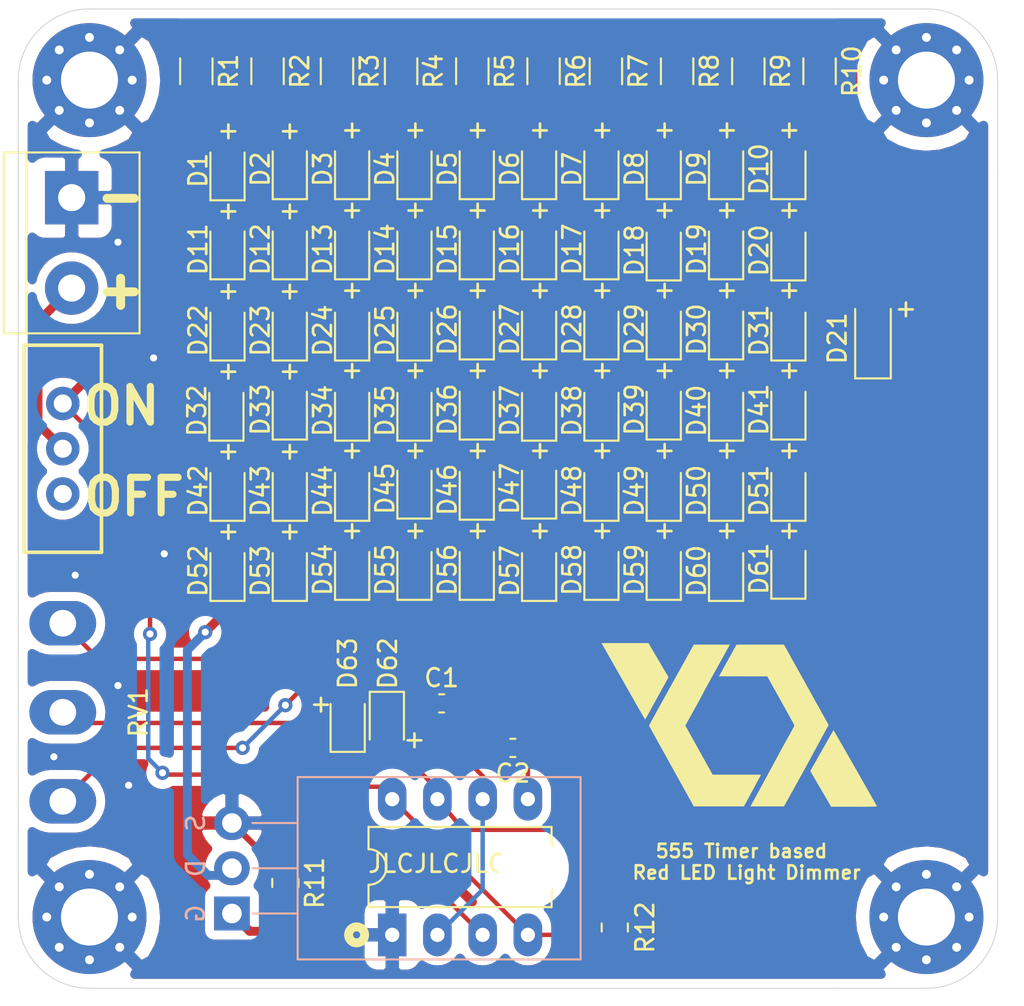
<source format=kicad_pcb>
(kicad_pcb (version 20171130) (host pcbnew "(5.1.7)-1")
  (layers (0 F.Cu signal) (31 B.Cu signal) (34 B.Paste user hide) (35 F.Paste user hide) (36 B.SilkS user) (37 F.SilkS user) (38 B.Mask user hide) (39 F.Mask user hide) (44 Edge.Cuts user))
  (net 0 "")
  (net 1 THR)
  (net 2 GND)
  (net 3 "Net-(C2-Pad1)")
  (net 4 "Net-(D1-Pad1)")
  (net 5 "Net-(D1-Pad2)")
  (net 6 "Net-(D2-Pad2)")
  (net 7 "Net-(D12-Pad2)")
  (net 8 "Net-(D3-Pad2)")
  (net 9 "Net-(D13-Pad2)")
  (net 10 "Net-(D14-Pad2)")
  (net 11 "Net-(D4-Pad2)")
  (net 12 "Net-(D5-Pad2)")
  (net 13 "Net-(D15-Pad2)")
  (net 14 "Net-(D6-Pad2)")
  (net 15 "Net-(D16-Pad2)")
  (net 16 "Net-(D17-Pad2)")
  (net 17 "Net-(D7-Pad2)")
  (net 18 "Net-(D18-Pad2)")
  (net 19 "Net-(D8-Pad2)")
  (net 20 "Net-(D9-Pad2)")
  (net 21 "Net-(D19-Pad2)")
  (net 22 "Net-(D10-Pad1)")
  (net 23 "Net-(D10-Pad2)")
  (net 24 "Net-(D11-Pad1)")
  (net 25 "Net-(D12-Pad1)")
  (net 26 "Net-(D13-Pad1)")
  (net 27 "Net-(D14-Pad1)")
  (net 28 "Net-(D15-Pad1)")
  (net 29 "Net-(D16-Pad1)")
  (net 30 "Net-(D17-Pad1)")
  (net 31 "Net-(D18-Pad1)")
  (net 32 "Net-(D19-Pad1)")
  (net 33 "Net-(D20-Pad1)")
  (net 34 VCC)
  (net 35 "Net-(D22-Pad1)")
  (net 36 "Net-(D23-Pad1)")
  (net 37 "Net-(D24-Pad1)")
  (net 38 "Net-(D25-Pad1)")
  (net 39 "Net-(D26-Pad1)")
  (net 40 "Net-(D27-Pad1)")
  (net 41 "Net-(D28-Pad1)")
  (net 42 "Net-(D29-Pad1)")
  (net 43 "Net-(D30-Pad1)")
  (net 44 "Net-(D31-Pad1)")
  (net 45 "Net-(D32-Pad1)")
  (net 46 "Net-(D33-Pad1)")
  (net 47 "Net-(D34-Pad1)")
  (net 48 "Net-(D35-Pad1)")
  (net 49 "Net-(D36-Pad1)")
  (net 50 "Net-(D37-Pad1)")
  (net 51 "Net-(D38-Pad1)")
  (net 52 "Net-(D39-Pad1)")
  (net 53 "Net-(D40-Pad1)")
  (net 54 "Net-(D41-Pad1)")
  (net 55 "Net-(D42-Pad1)")
  (net 56 "Net-(D43-Pad1)")
  (net 57 "Net-(D44-Pad1)")
  (net 58 "Net-(D45-Pad1)")
  (net 59 "Net-(D46-Pad1)")
  (net 60 "Net-(D47-Pad1)")
  (net 61 "Net-(D48-Pad1)")
  (net 62 "Net-(D49-Pad1)")
  (net 63 "Net-(D50-Pad1)")
  (net 64 "Net-(D51-Pad1)")
  (net 65 DIS)
  (net 66 "Net-(D62-Pad1)")
  (net 67 "Net-(D63-Pad2)")
  (net 68 "Net-(J1-Pad2)")
  (net 69 Q)
  (net 70 "Net-(SW1-Pad3)")
  (net 71 Diodes-)
  (module _Custom:stonehedge24-logo (layer F.Cu) (at 140.5 80.2)
    (fp_text reference G*** hide)
    (fp_text value LOGO hide)
  )
  (module _Custom:IRFZ44N-TO-220_Horizontal_ (layer B.Cu) (at 112 90.8 90)
    (fp_text reference IRFZ1 hide)
    (fp_text value IRFZ44NPBF)
    (fp_text user G (at 0 -2.032 -90) (layer B.SilkS) (effects (justify mirror)))
    (fp_text user D (at 2.54 -2.032 -90) (layer B.SilkS) (effects (justify mirror)))
    (fp_text user S (at 5.08 -2.032 -90) (layer B.SilkS) (effects (justify mirror)))
    (pad "" np_thru_hole oval (at 2.54 16.66 90) (size 3.5 3.5) (drill 3.5) (layers *.Mask F.Cu))
    (pad 1 thru_hole rect (at 0 0 90) (size 1.905 2) (drill 1.1) (layers *.Cu *.Mask) (net 69 Q))
    (pad 2 thru_hole oval (at 2.54 0 90) (size 1.905 2) (drill 1.1) (layers *.Cu *.Mask) (net 71 Diodes-))
    (pad 3 thru_hole oval (at 5.08 0 90) (size 1.905 2) (drill 1.1) (layers *.Cu *.Mask) (net 2 GND))
  )
  (module Capacitor_SMD:C_0603_1608Metric (layer F.Cu) (at 123.775 79)
    (fp_text reference C1 (at 0 -1.43) (layer F.SilkS))
    (fp_text value 100n)
    (pad 2 smd roundrect (at 0.775 0) (size 0.9 0.95) (layers F.Cu F.Paste F.Mask) (net 2 GND))
    (pad 1 smd roundrect (at -0.775 0) (size 0.9 0.95) (layers F.Cu F.Paste F.Mask) (net 1 THR))
  )
  (module Capacitor_SMD:C_0603_1608Metric (layer F.Cu) (at 127.775 81.5 180)
    (fp_text reference C2 (at 0 -1.43) (layer F.SilkS))
    (fp_text value 10n)
    (pad 1 smd roundrect (at -0.775 0 180) (size 0.9 0.95) (layers F.Cu F.Paste F.Mask) (net 3 "Net-(C2-Pad1)"))
    (pad 2 smd roundrect (at 0.775 0 180) (size 0.9 0.95) (layers F.Cu F.Paste F.Mask) (net 2 GND))
  )
  (module LED_SMD:LED_0805_2012Metric (layer F.Cu) (at 111.75 49.0625 90)
    (fp_text reference D1 (at 0 -1.65 90) (layer F.SilkS))
    (fp_text value red)
    (pad 2 smd roundrect (at 0.9375 0 90) (size 0.975 1.4) (layers F.Cu F.Paste F.Mask) (net 5 "Net-(D1-Pad2)"))
    (pad 1 smd roundrect (at -0.9375 0 90) (size 0.975 1.4) (layers F.Cu F.Paste F.Mask) (net 4 "Net-(D1-Pad1)"))
  )
  (module LED_SMD:LED_0805_2012Metric (layer F.Cu) (at 115.25 49 90)
    (fp_text reference D2 (at 0 -1.65 90) (layer F.SilkS))
    (fp_text value red)
    (pad 1 smd roundrect (at -0.9375 0 90) (size 0.975 1.4) (layers F.Cu F.Paste F.Mask) (net 7 "Net-(D12-Pad2)"))
    (pad 2 smd roundrect (at 0.9375 0 90) (size 0.975 1.4) (layers F.Cu F.Paste F.Mask) (net 6 "Net-(D2-Pad2)"))
  )
  (module LED_SMD:LED_0805_2012Metric (layer F.Cu) (at 118.75 49 90)
    (fp_text reference D3 (at 0 -1.65 90) (layer F.SilkS))
    (fp_text value red)
    (pad 2 smd roundrect (at 0.9375 0 90) (size 0.975 1.4) (layers F.Cu F.Paste F.Mask) (net 8 "Net-(D3-Pad2)"))
    (pad 1 smd roundrect (at -0.9375 0 90) (size 0.975 1.4) (layers F.Cu F.Paste F.Mask) (net 9 "Net-(D13-Pad2)"))
  )
  (module LED_SMD:LED_0805_2012Metric (layer F.Cu) (at 122.25 49 90)
    (fp_text reference D4 (at 0 -1.65 90) (layer F.SilkS))
    (fp_text value red)
    (pad 1 smd roundrect (at -0.9375 0 90) (size 0.975 1.4) (layers F.Cu F.Paste F.Mask) (net 10 "Net-(D14-Pad2)"))
    (pad 2 smd roundrect (at 0.9375 0 90) (size 0.975 1.4) (layers F.Cu F.Paste F.Mask) (net 11 "Net-(D4-Pad2)"))
  )
  (module LED_SMD:LED_0805_2012Metric (layer F.Cu) (at 125.75 49 90)
    (fp_text reference D5 (at 0 -1.65 90) (layer F.SilkS))
    (fp_text value red)
    (pad 2 smd roundrect (at 0.9375 0 90) (size 0.975 1.4) (layers F.Cu F.Paste F.Mask) (net 12 "Net-(D5-Pad2)"))
    (pad 1 smd roundrect (at -0.9375 0 90) (size 0.975 1.4) (layers F.Cu F.Paste F.Mask) (net 13 "Net-(D15-Pad2)"))
  )
  (module LED_SMD:LED_0805_2012Metric (layer F.Cu) (at 129.25 49 90)
    (fp_text reference D6 (at 0 -1.65 90) (layer F.SilkS))
    (fp_text value red)
    (pad 1 smd roundrect (at -0.9375 0 90) (size 0.975 1.4) (layers F.Cu F.Paste F.Mask) (net 15 "Net-(D16-Pad2)"))
    (pad 2 smd roundrect (at 0.9375 0 90) (size 0.975 1.4) (layers F.Cu F.Paste F.Mask) (net 14 "Net-(D6-Pad2)"))
  )
  (module LED_SMD:LED_0805_2012Metric (layer F.Cu) (at 132.75 49 90)
    (fp_text reference D7 (at 0 -1.65 90) (layer F.SilkS))
    (fp_text value red)
    (pad 2 smd roundrect (at 0.9375 0 90) (size 0.975 1.4) (layers F.Cu F.Paste F.Mask) (net 17 "Net-(D7-Pad2)"))
    (pad 1 smd roundrect (at -0.9375 0 90) (size 0.975 1.4) (layers F.Cu F.Paste F.Mask) (net 16 "Net-(D17-Pad2)"))
  )
  (module LED_SMD:LED_0805_2012Metric (layer F.Cu) (at 136.25 49 90)
    (fp_text reference D8 (at 0 -1.65 90) (layer F.SilkS))
    (fp_text value red)
    (pad 2 smd roundrect (at 0.9375 0 90) (size 0.975 1.4) (layers F.Cu F.Paste F.Mask) (net 19 "Net-(D8-Pad2)"))
    (pad 1 smd roundrect (at -0.9375 0 90) (size 0.975 1.4) (layers F.Cu F.Paste F.Mask) (net 18 "Net-(D18-Pad2)"))
  )
  (module LED_SMD:LED_0805_2012Metric (layer F.Cu) (at 139.75 49 90)
    (fp_text reference D9 (at 0 -1.65 90) (layer F.SilkS))
    (fp_text value red)
    (pad 1 smd roundrect (at -0.9375 0 90) (size 0.975 1.4) (layers F.Cu F.Paste F.Mask) (net 21 "Net-(D19-Pad2)"))
    (pad 2 smd roundrect (at 0.9375 0 90) (size 0.975 1.4) (layers F.Cu F.Paste F.Mask) (net 20 "Net-(D9-Pad2)"))
  )
  (module LED_SMD:LED_0805_2012Metric (layer F.Cu) (at 143.25 49 90)
    (fp_text reference D10 (at 0 -1.65 90) (layer F.SilkS))
    (fp_text value red)
    (pad 1 smd roundrect (at -0.9375 0 90) (size 0.975 1.4) (layers F.Cu F.Paste F.Mask) (net 22 "Net-(D10-Pad1)"))
    (pad 2 smd roundrect (at 0.9375 0 90) (size 0.975 1.4) (layers F.Cu F.Paste F.Mask) (net 23 "Net-(D10-Pad2)"))
  )
  (module LED_SMD:LED_0805_2012Metric (layer F.Cu) (at 111.75 53.5 90)
    (fp_text reference D11 (at 0 -1.65 90) (layer F.SilkS))
    (fp_text value red)
    (pad 1 smd roundrect (at -0.9375 0 90) (size 0.975 1.4) (layers F.Cu F.Paste F.Mask) (net 24 "Net-(D11-Pad1)"))
    (pad 2 smd roundrect (at 0.9375 0 90) (size 0.975 1.4) (layers F.Cu F.Paste F.Mask) (net 4 "Net-(D1-Pad1)"))
  )
  (module LED_SMD:LED_0805_2012Metric (layer F.Cu) (at 115.25 53.5 90)
    (fp_text reference D12 (at 0 -1.65 90) (layer F.SilkS))
    (fp_text value red)
    (pad 2 smd roundrect (at 0.9375 0 90) (size 0.975 1.4) (layers F.Cu F.Paste F.Mask) (net 7 "Net-(D12-Pad2)"))
    (pad 1 smd roundrect (at -0.9375 0 90) (size 0.975 1.4) (layers F.Cu F.Paste F.Mask) (net 25 "Net-(D12-Pad1)"))
  )
  (module LED_SMD:LED_0805_2012Metric (layer F.Cu) (at 118.75 53.5 90)
    (fp_text reference D13 (at 0 -1.65 90) (layer F.SilkS))
    (fp_text value red)
    (pad 2 smd roundrect (at 0.9375 0 90) (size 0.975 1.4) (layers F.Cu F.Paste F.Mask) (net 9 "Net-(D13-Pad2)"))
    (pad 1 smd roundrect (at -0.9375 0 90) (size 0.975 1.4) (layers F.Cu F.Paste F.Mask) (net 26 "Net-(D13-Pad1)"))
  )
  (module LED_SMD:LED_0805_2012Metric (layer F.Cu) (at 122.25 53.5 90)
    (fp_text reference D14 (at 0 -1.65 90) (layer F.SilkS))
    (fp_text value red)
    (pad 1 smd roundrect (at -0.9375 0 90) (size 0.975 1.4) (layers F.Cu F.Paste F.Mask) (net 27 "Net-(D14-Pad1)"))
    (pad 2 smd roundrect (at 0.9375 0 90) (size 0.975 1.4) (layers F.Cu F.Paste F.Mask) (net 10 "Net-(D14-Pad2)"))
  )
  (module LED_SMD:LED_0805_2012Metric (layer F.Cu) (at 125.75 53.5 90)
    (fp_text reference D15 (at 0 -1.65 90) (layer F.SilkS))
    (fp_text value red)
    (pad 2 smd roundrect (at 0.9375 0 90) (size 0.975 1.4) (layers F.Cu F.Paste F.Mask) (net 13 "Net-(D15-Pad2)"))
    (pad 1 smd roundrect (at -0.9375 0 90) (size 0.975 1.4) (layers F.Cu F.Paste F.Mask) (net 28 "Net-(D15-Pad1)"))
  )
  (module LED_SMD:LED_0805_2012Metric (layer F.Cu) (at 129.25 53.5 90)
    (fp_text reference D16 (at 0 -1.65 90) (layer F.SilkS))
    (fp_text value red)
    (pad 2 smd roundrect (at 0.9375 0 90) (size 0.975 1.4) (layers F.Cu F.Paste F.Mask) (net 15 "Net-(D16-Pad2)"))
    (pad 1 smd roundrect (at -0.9375 0 90) (size 0.975 1.4) (layers F.Cu F.Paste F.Mask) (net 29 "Net-(D16-Pad1)"))
  )
  (module LED_SMD:LED_0805_2012Metric (layer F.Cu) (at 132.75 53.5 90)
    (fp_text reference D17 (at 0 -1.65 90) (layer F.SilkS))
    (fp_text value red)
    (pad 2 smd roundrect (at 0.9375 0 90) (size 0.975 1.4) (layers F.Cu F.Paste F.Mask) (net 16 "Net-(D17-Pad2)"))
    (pad 1 smd roundrect (at -0.9375 0 90) (size 0.975 1.4) (layers F.Cu F.Paste F.Mask) (net 30 "Net-(D17-Pad1)"))
  )
  (module LED_SMD:LED_0805_2012Metric (layer F.Cu) (at 136.25 53.5625 90)
    (fp_text reference D18 (at 0 -1.65 90) (layer F.SilkS))
    (fp_text value red)
    (pad 2 smd roundrect (at 0.9375 0 90) (size 0.975 1.4) (layers F.Cu F.Paste F.Mask) (net 18 "Net-(D18-Pad2)"))
    (pad 1 smd roundrect (at -0.9375 0 90) (size 0.975 1.4) (layers F.Cu F.Paste F.Mask) (net 31 "Net-(D18-Pad1)"))
  )
  (module LED_SMD:LED_0805_2012Metric (layer F.Cu) (at 139.75 53.5 90)
    (fp_text reference D19 (at 0 -1.65 90) (layer F.SilkS))
    (fp_text value red)
    (pad 2 smd roundrect (at 0.9375 0 90) (size 0.975 1.4) (layers F.Cu F.Paste F.Mask) (net 21 "Net-(D19-Pad2)"))
    (pad 1 smd roundrect (at -0.9375 0 90) (size 0.975 1.4) (layers F.Cu F.Paste F.Mask) (net 32 "Net-(D19-Pad1)"))
  )
  (module LED_SMD:LED_0805_2012Metric (layer F.Cu) (at 143.25 53.5625 90)
    (fp_text reference D20 (at 0 -1.65 90) (layer F.SilkS))
    (fp_text value red)
    (pad 1 smd roundrect (at -0.9375 0 90) (size 0.975 1.4) (layers F.Cu F.Paste F.Mask) (net 33 "Net-(D20-Pad1)"))
    (pad 2 smd roundrect (at 0.9375 0 90) (size 0.975 1.4) (layers F.Cu F.Paste F.Mask) (net 22 "Net-(D10-Pad1)"))
  )
  (module Diode_SMD:D_SOD-123 (layer F.Cu) (at 148 58.5 90)
    (fp_text reference D21 (at 0 -2 90) (layer F.SilkS))
    (fp_text value 1N4148F)
    (pad 1 smd rect (at -1.65 0 90) (size 0.9 1.2) (layers F.Cu F.Paste F.Mask) (net 71 Diodes-))
    (pad 2 smd rect (at 1.65 0 90) (size 0.9 1.2) (layers F.Cu F.Paste F.Mask) (net 34 VCC))
  )
  (module LED_SMD:LED_0805_2012Metric (layer F.Cu) (at 111.75 58.0625 90)
    (fp_text reference D22 (at 0 -1.65 90) (layer F.SilkS))
    (fp_text value red)
    (pad 2 smd roundrect (at 0.9375 0 90) (size 0.975 1.4) (layers F.Cu F.Paste F.Mask) (net 24 "Net-(D11-Pad1)"))
    (pad 1 smd roundrect (at -0.9375 0 90) (size 0.975 1.4) (layers F.Cu F.Paste F.Mask) (net 35 "Net-(D22-Pad1)"))
  )
  (module LED_SMD:LED_0805_2012Metric (layer F.Cu) (at 115.25 58.0625 90)
    (fp_text reference D23 (at 0 -1.65 90) (layer F.SilkS))
    (fp_text value red)
    (pad 2 smd roundrect (at 0.9375 0 90) (size 0.975 1.4) (layers F.Cu F.Paste F.Mask) (net 25 "Net-(D12-Pad1)"))
    (pad 1 smd roundrect (at -0.9375 0 90) (size 0.975 1.4) (layers F.Cu F.Paste F.Mask) (net 36 "Net-(D23-Pad1)"))
  )
  (module LED_SMD:LED_0805_2012Metric (layer F.Cu) (at 118.75 58.0625 90)
    (fp_text reference D24 (at 0 -1.65 90) (layer F.SilkS))
    (fp_text value red)
    (pad 1 smd roundrect (at -0.9375 0 90) (size 0.975 1.4) (layers F.Cu F.Paste F.Mask) (net 37 "Net-(D24-Pad1)"))
    (pad 2 smd roundrect (at 0.9375 0 90) (size 0.975 1.4) (layers F.Cu F.Paste F.Mask) (net 26 "Net-(D13-Pad1)"))
  )
  (module LED_SMD:LED_0805_2012Metric (layer F.Cu) (at 122.25 58.0625 90)
    (fp_text reference D25 (at 0 -1.65 90) (layer F.SilkS))
    (fp_text value red)
    (pad 2 smd roundrect (at 0.9375 0 90) (size 0.975 1.4) (layers F.Cu F.Paste F.Mask) (net 27 "Net-(D14-Pad1)"))
    (pad 1 smd roundrect (at -0.9375 0 90) (size 0.975 1.4) (layers F.Cu F.Paste F.Mask) (net 38 "Net-(D25-Pad1)"))
  )
  (module LED_SMD:LED_0805_2012Metric (layer F.Cu) (at 125.75 58 90)
    (fp_text reference D26 (at 0 -1.65 90) (layer F.SilkS))
    (fp_text value red)
    (pad 1 smd roundrect (at -0.9375 0 90) (size 0.975 1.4) (layers F.Cu F.Paste F.Mask) (net 39 "Net-(D26-Pad1)"))
    (pad 2 smd roundrect (at 0.9375 0 90) (size 0.975 1.4) (layers F.Cu F.Paste F.Mask) (net 28 "Net-(D15-Pad1)"))
  )
  (module LED_SMD:LED_0805_2012Metric (layer F.Cu) (at 129.25 58 90)
    (fp_text reference D27 (at 0 -1.65 90) (layer F.SilkS))
    (fp_text value red)
    (pad 1 smd roundrect (at -0.9375 0 90) (size 0.975 1.4) (layers F.Cu F.Paste F.Mask) (net 40 "Net-(D27-Pad1)"))
    (pad 2 smd roundrect (at 0.9375 0 90) (size 0.975 1.4) (layers F.Cu F.Paste F.Mask) (net 29 "Net-(D16-Pad1)"))
  )
  (module LED_SMD:LED_0805_2012Metric (layer F.Cu) (at 132.75 58 90)
    (fp_text reference D28 (at 0 -1.65 90) (layer F.SilkS))
    (fp_text value red)
    (pad 1 smd roundrect (at -0.9375 0 90) (size 0.975 1.4) (layers F.Cu F.Paste F.Mask) (net 41 "Net-(D28-Pad1)"))
    (pad 2 smd roundrect (at 0.9375 0 90) (size 0.975 1.4) (layers F.Cu F.Paste F.Mask) (net 30 "Net-(D17-Pad1)"))
  )
  (module LED_SMD:LED_0805_2012Metric (layer F.Cu) (at 136.25 58 90)
    (fp_text reference D29 (at 0 -1.65 90) (layer F.SilkS))
    (fp_text value red)
    (pad 1 smd roundrect (at -0.9375 0 90) (size 0.975 1.4) (layers F.Cu F.Paste F.Mask) (net 42 "Net-(D29-Pad1)"))
    (pad 2 smd roundrect (at 0.9375 0 90) (size 0.975 1.4) (layers F.Cu F.Paste F.Mask) (net 31 "Net-(D18-Pad1)"))
  )
  (module LED_SMD:LED_0805_2012Metric (layer F.Cu) (at 139.75 58 90)
    (fp_text reference D30 (at 0 -1.65 90) (layer F.SilkS))
    (fp_text value red)
    (pad 1 smd roundrect (at -0.9375 0 90) (size 0.975 1.4) (layers F.Cu F.Paste F.Mask) (net 43 "Net-(D30-Pad1)"))
    (pad 2 smd roundrect (at 0.9375 0 90) (size 0.975 1.4) (layers F.Cu F.Paste F.Mask) (net 32 "Net-(D19-Pad1)"))
  )
  (module LED_SMD:LED_0805_2012Metric (layer F.Cu) (at 143.25 58.0625 90)
    (fp_text reference D31 (at 0 -1.65 90) (layer F.SilkS))
    (fp_text value red)
    (pad 2 smd roundrect (at 0.9375 0 90) (size 0.975 1.4) (layers F.Cu F.Paste F.Mask) (net 33 "Net-(D20-Pad1)"))
    (pad 1 smd roundrect (at -0.9375 0 90) (size 0.975 1.4) (layers F.Cu F.Paste F.Mask) (net 44 "Net-(D31-Pad1)"))
  )
  (module LED_SMD:LED_0805_2012Metric (layer F.Cu) (at 111.6875 62.5625 90)
    (fp_text reference D32 (at 0 -1.65 90) (layer F.SilkS))
    (fp_text value red)
    (pad 2 smd roundrect (at 0.9375 0 90) (size 0.975 1.4) (layers F.Cu F.Paste F.Mask) (net 35 "Net-(D22-Pad1)"))
    (pad 1 smd roundrect (at -0.9375 0 90) (size 0.975 1.4) (layers F.Cu F.Paste F.Mask) (net 45 "Net-(D32-Pad1)"))
  )
  (module LED_SMD:LED_0805_2012Metric (layer F.Cu) (at 115.25 62.5 90)
    (fp_text reference D33 (at 0 -1.65 90) (layer F.SilkS))
    (fp_text value red)
    (pad 1 smd roundrect (at -0.9375 0 90) (size 0.975 1.4) (layers F.Cu F.Paste F.Mask) (net 46 "Net-(D33-Pad1)"))
    (pad 2 smd roundrect (at 0.9375 0 90) (size 0.975 1.4) (layers F.Cu F.Paste F.Mask) (net 36 "Net-(D23-Pad1)"))
  )
  (module LED_SMD:LED_0805_2012Metric (layer F.Cu) (at 118.75 62.5625 90)
    (fp_text reference D34 (at 0 -1.65 90) (layer F.SilkS))
    (fp_text value red)
    (pad 2 smd roundrect (at 0.9375 0 90) (size 0.975 1.4) (layers F.Cu F.Paste F.Mask) (net 37 "Net-(D24-Pad1)"))
    (pad 1 smd roundrect (at -0.9375 0 90) (size 0.975 1.4) (layers F.Cu F.Paste F.Mask) (net 47 "Net-(D34-Pad1)"))
  )
  (module LED_SMD:LED_0805_2012Metric (layer F.Cu) (at 122.25 62.5625 90)
    (fp_text reference D35 (at 0 -1.65 90) (layer F.SilkS))
    (fp_text value red)
    (pad 1 smd roundrect (at -0.9375 0 90) (size 0.975 1.4) (layers F.Cu F.Paste F.Mask) (net 48 "Net-(D35-Pad1)"))
    (pad 2 smd roundrect (at 0.9375 0 90) (size 0.975 1.4) (layers F.Cu F.Paste F.Mask) (net 38 "Net-(D25-Pad1)"))
  )
  (module LED_SMD:LED_0805_2012Metric (layer F.Cu) (at 125.75 62.5 90)
    (fp_text reference D36 (at 0 -1.65 90) (layer F.SilkS))
    (fp_text value red)
    (pad 2 smd roundrect (at 0.9375 0 90) (size 0.975 1.4) (layers F.Cu F.Paste F.Mask) (net 39 "Net-(D26-Pad1)"))
    (pad 1 smd roundrect (at -0.9375 0 90) (size 0.975 1.4) (layers F.Cu F.Paste F.Mask) (net 49 "Net-(D36-Pad1)"))
  )
  (module LED_SMD:LED_0805_2012Metric (layer F.Cu) (at 129.25 62.5625 90)
    (fp_text reference D37 (at 0 -1.65 90) (layer F.SilkS))
    (fp_text value red)
    (pad 2 smd roundrect (at 0.9375 0 90) (size 0.975 1.4) (layers F.Cu F.Paste F.Mask) (net 40 "Net-(D27-Pad1)"))
    (pad 1 smd roundrect (at -0.9375 0 90) (size 0.975 1.4) (layers F.Cu F.Paste F.Mask) (net 50 "Net-(D37-Pad1)"))
  )
  (module LED_SMD:LED_0805_2012Metric (layer F.Cu) (at 132.75 62.5625 90)
    (fp_text reference D38 (at 0 -1.65 90) (layer F.SilkS))
    (fp_text value red)
    (pad 2 smd roundrect (at 0.9375 0 90) (size 0.975 1.4) (layers F.Cu F.Paste F.Mask) (net 41 "Net-(D28-Pad1)"))
    (pad 1 smd roundrect (at -0.9375 0 90) (size 0.975 1.4) (layers F.Cu F.Paste F.Mask) (net 51 "Net-(D38-Pad1)"))
  )
  (module LED_SMD:LED_0805_2012Metric (layer F.Cu) (at 136.25 62.5 90)
    (fp_text reference D39 (at 0 -1.65 90) (layer F.SilkS))
    (fp_text value red)
    (pad 2 smd roundrect (at 0.9375 0 90) (size 0.975 1.4) (layers F.Cu F.Paste F.Mask) (net 42 "Net-(D29-Pad1)"))
    (pad 1 smd roundrect (at -0.9375 0 90) (size 0.975 1.4) (layers F.Cu F.Paste F.Mask) (net 52 "Net-(D39-Pad1)"))
  )
  (module LED_SMD:LED_0805_2012Metric (layer F.Cu) (at 139.75 62.5625 90)
    (fp_text reference D40 (at 0 -1.65 90) (layer F.SilkS))
    (fp_text value red)
    (pad 2 smd roundrect (at 0.9375 0 90) (size 0.975 1.4) (layers F.Cu F.Paste F.Mask) (net 43 "Net-(D30-Pad1)"))
    (pad 1 smd roundrect (at -0.9375 0 90) (size 0.975 1.4) (layers F.Cu F.Paste F.Mask) (net 53 "Net-(D40-Pad1)"))
  )
  (module LED_SMD:LED_0805_2012Metric (layer F.Cu) (at 143.25 62.5 90)
    (fp_text reference D41 (at 0 -1.65 90) (layer F.SilkS))
    (fp_text value red)
    (pad 1 smd roundrect (at -0.9375 0 90) (size 0.975 1.4) (layers F.Cu F.Paste F.Mask) (net 54 "Net-(D41-Pad1)"))
    (pad 2 smd roundrect (at 0.9375 0 90) (size 0.975 1.4) (layers F.Cu F.Paste F.Mask) (net 44 "Net-(D31-Pad1)"))
  )
  (module LED_SMD:LED_0805_2012Metric (layer F.Cu) (at 111.75 67.0625 90)
    (fp_text reference D42 (at 0 -1.65 90) (layer F.SilkS))
    (fp_text value red)
    (pad 2 smd roundrect (at 0.9375 0 90) (size 0.975 1.4) (layers F.Cu F.Paste F.Mask) (net 45 "Net-(D32-Pad1)"))
    (pad 1 smd roundrect (at -0.9375 0 90) (size 0.975 1.4) (layers F.Cu F.Paste F.Mask) (net 55 "Net-(D42-Pad1)"))
  )
  (module LED_SMD:LED_0805_2012Metric (layer F.Cu) (at 115.25 67.0625 90)
    (fp_text reference D43 (at 0 -1.65 90) (layer F.SilkS))
    (fp_text value red)
    (pad 1 smd roundrect (at -0.9375 0 90) (size 0.975 1.4) (layers F.Cu F.Paste F.Mask) (net 56 "Net-(D43-Pad1)"))
    (pad 2 smd roundrect (at 0.9375 0 90) (size 0.975 1.4) (layers F.Cu F.Paste F.Mask) (net 46 "Net-(D33-Pad1)"))
  )
  (module LED_SMD:LED_0805_2012Metric (layer F.Cu) (at 118.75 67.0625 90)
    (fp_text reference D44 (at 0 -1.65 90) (layer F.SilkS))
    (fp_text value red)
    (pad 1 smd roundrect (at -0.9375 0 90) (size 0.975 1.4) (layers F.Cu F.Paste F.Mask) (net 57 "Net-(D44-Pad1)"))
    (pad 2 smd roundrect (at 0.9375 0 90) (size 0.975 1.4) (layers F.Cu F.Paste F.Mask) (net 47 "Net-(D34-Pad1)"))
  )
  (module LED_SMD:LED_0805_2012Metric (layer F.Cu) (at 122.25 66.9375 90)
    (fp_text reference D45 (at 0 -1.65 90) (layer F.SilkS))
    (fp_text value red)
    (pad 2 smd roundrect (at 0.9375 0 90) (size 0.975 1.4) (layers F.Cu F.Paste F.Mask) (net 48 "Net-(D35-Pad1)"))
    (pad 1 smd roundrect (at -0.9375 0 90) (size 0.975 1.4) (layers F.Cu F.Paste F.Mask) (net 58 "Net-(D45-Pad1)"))
  )
  (module LED_SMD:LED_0805_2012Metric (layer F.Cu) (at 125.75 67 90)
    (fp_text reference D46 (at 0 -1.65 90) (layer F.SilkS))
    (fp_text value red)
    (pad 1 smd roundrect (at -0.9375 0 90) (size 0.975 1.4) (layers F.Cu F.Paste F.Mask) (net 59 "Net-(D46-Pad1)"))
    (pad 2 smd roundrect (at 0.9375 0 90) (size 0.975 1.4) (layers F.Cu F.Paste F.Mask) (net 49 "Net-(D36-Pad1)"))
  )
  (module LED_SMD:LED_0805_2012Metric (layer F.Cu) (at 129.25 66.9375 90)
    (fp_text reference D47 (at 0 -1.65 90) (layer F.SilkS))
    (fp_text value red)
    (pad 2 smd roundrect (at 0.9375 0 90) (size 0.975 1.4) (layers F.Cu F.Paste F.Mask) (net 50 "Net-(D37-Pad1)"))
    (pad 1 smd roundrect (at -0.9375 0 90) (size 0.975 1.4) (layers F.Cu F.Paste F.Mask) (net 60 "Net-(D47-Pad1)"))
  )
  (module LED_SMD:LED_0805_2012Metric (layer F.Cu) (at 132.75 67.0625 90)
    (fp_text reference D48 (at 0 -1.65 90) (layer F.SilkS))
    (fp_text value red)
    (pad 1 smd roundrect (at -0.9375 0 90) (size 0.975 1.4) (layers F.Cu F.Paste F.Mask) (net 61 "Net-(D48-Pad1)"))
    (pad 2 smd roundrect (at 0.9375 0 90) (size 0.975 1.4) (layers F.Cu F.Paste F.Mask) (net 51 "Net-(D38-Pad1)"))
  )
  (module LED_SMD:LED_0805_2012Metric (layer F.Cu) (at 136.25 67.0625 90)
    (fp_text reference D49 (at 0 -1.65 90) (layer F.SilkS))
    (fp_text value red)
    (pad 1 smd roundrect (at -0.9375 0 90) (size 0.975 1.4) (layers F.Cu F.Paste F.Mask) (net 62 "Net-(D49-Pad1)"))
    (pad 2 smd roundrect (at 0.9375 0 90) (size 0.975 1.4) (layers F.Cu F.Paste F.Mask) (net 52 "Net-(D39-Pad1)"))
  )
  (module LED_SMD:LED_0805_2012Metric (layer F.Cu) (at 139.75 67.0625 90)
    (fp_text reference D50 (at 0 -1.65 90) (layer F.SilkS))
    (fp_text value red)
    (pad 1 smd roundrect (at -0.9375 0 90) (size 0.975 1.4) (layers F.Cu F.Paste F.Mask) (net 63 "Net-(D50-Pad1)"))
    (pad 2 smd roundrect (at 0.9375 0 90) (size 0.975 1.4) (layers F.Cu F.Paste F.Mask) (net 53 "Net-(D40-Pad1)"))
  )
  (module LED_SMD:LED_0805_2012Metric (layer F.Cu) (at 143.25 67.0625 90)
    (fp_text reference D51 (at 0 -1.65 90) (layer F.SilkS))
    (fp_text value red)
    (pad 2 smd roundrect (at 0.9375 0 90) (size 0.975 1.4) (layers F.Cu F.Paste F.Mask) (net 54 "Net-(D41-Pad1)"))
    (pad 1 smd roundrect (at -0.9375 0 90) (size 0.975 1.4) (layers F.Cu F.Paste F.Mask) (net 64 "Net-(D51-Pad1)"))
  )
  (module LED_SMD:LED_0805_2012Metric (layer F.Cu) (at 111.75 71.5625 90)
    (fp_text reference D52 (at 0 -1.65 90) (layer F.SilkS))
    (fp_text value red)
    (pad 1 smd roundrect (at -0.9375 0 90) (size 0.975 1.4) (layers F.Cu F.Paste F.Mask) (net 71 Diodes-))
    (pad 2 smd roundrect (at 0.9375 0 90) (size 0.975 1.4) (layers F.Cu F.Paste F.Mask) (net 55 "Net-(D42-Pad1)"))
  )
  (module LED_SMD:LED_0805_2012Metric (layer F.Cu) (at 115.25 71.5625 90)
    (fp_text reference D53 (at 0 -1.65 90) (layer F.SilkS))
    (fp_text value red)
    (pad 1 smd roundrect (at -0.9375 0 90) (size 0.975 1.4) (layers F.Cu F.Paste F.Mask) (net 71 Diodes-))
    (pad 2 smd roundrect (at 0.9375 0 90) (size 0.975 1.4) (layers F.Cu F.Paste F.Mask) (net 56 "Net-(D43-Pad1)"))
  )
  (module LED_SMD:LED_0805_2012Metric (layer F.Cu) (at 118.75 71.5 90)
    (fp_text reference D54 (at 0 -1.65 90) (layer F.SilkS))
    (fp_text value red)
    (pad 1 smd roundrect (at -0.9375 0 90) (size 0.975 1.4) (layers F.Cu F.Paste F.Mask) (net 71 Diodes-))
    (pad 2 smd roundrect (at 0.9375 0 90) (size 0.975 1.4) (layers F.Cu F.Paste F.Mask) (net 57 "Net-(D44-Pad1)"))
  )
  (module LED_SMD:LED_0805_2012Metric (layer F.Cu) (at 122.25 71.5 90)
    (fp_text reference D55 (at 0 -1.65 90) (layer F.SilkS))
    (fp_text value red)
    (pad 1 smd roundrect (at -0.9375 0 90) (size 0.975 1.4) (layers F.Cu F.Paste F.Mask) (net 71 Diodes-))
    (pad 2 smd roundrect (at 0.9375 0 90) (size 0.975 1.4) (layers F.Cu F.Paste F.Mask) (net 58 "Net-(D45-Pad1)"))
  )
  (module LED_SMD:LED_0805_2012Metric (layer F.Cu) (at 125.75 71.5 90)
    (fp_text reference D56 (at 0 -1.65 90) (layer F.SilkS))
    (fp_text value red)
    (pad 2 smd roundrect (at 0.9375 0 90) (size 0.975 1.4) (layers F.Cu F.Paste F.Mask) (net 59 "Net-(D46-Pad1)"))
    (pad 1 smd roundrect (at -0.9375 0 90) (size 0.975 1.4) (layers F.Cu F.Paste F.Mask) (net 71 Diodes-))
  )
  (module LED_SMD:LED_0805_2012Metric (layer F.Cu) (at 129.25 71.5625 90)
    (fp_text reference D57 (at 0 -1.65 90) (layer F.SilkS))
    (fp_text value red)
    (pad 1 smd roundrect (at -0.9375 0 90) (size 0.975 1.4) (layers F.Cu F.Paste F.Mask) (net 71 Diodes-))
    (pad 2 smd roundrect (at 0.9375 0 90) (size 0.975 1.4) (layers F.Cu F.Paste F.Mask) (net 60 "Net-(D47-Pad1)"))
  )
  (module LED_SMD:LED_0805_2012Metric (layer F.Cu) (at 132.75 71.5 90)
    (fp_text reference D58 (at 0 -1.65 90) (layer F.SilkS))
    (fp_text value red)
    (pad 1 smd roundrect (at -0.9375 0 90) (size 0.975 1.4) (layers F.Cu F.Paste F.Mask) (net 71 Diodes-))
    (pad 2 smd roundrect (at 0.9375 0 90) (size 0.975 1.4) (layers F.Cu F.Paste F.Mask) (net 61 "Net-(D48-Pad1)"))
  )
  (module LED_SMD:LED_0805_2012Metric (layer F.Cu) (at 136.25 71.5 90)
    (fp_text reference D59 (at 0 -1.65 90) (layer F.SilkS))
    (fp_text value red)
    (pad 2 smd roundrect (at 0.9375 0 90) (size 0.975 1.4) (layers F.Cu F.Paste F.Mask) (net 62 "Net-(D49-Pad1)"))
    (pad 1 smd roundrect (at -0.9375 0 90) (size 0.975 1.4) (layers F.Cu F.Paste F.Mask) (net 71 Diodes-))
  )
  (module LED_SMD:LED_0805_2012Metric (layer F.Cu) (at 139.75 71.5625 90)
    (fp_text reference D60 (at 0 -1.65 90) (layer F.SilkS))
    (fp_text value red)
    (pad 2 smd roundrect (at 0.9375 0 90) (size 0.975 1.4) (layers F.Cu F.Paste F.Mask) (net 63 "Net-(D50-Pad1)"))
    (pad 1 smd roundrect (at -0.9375 0 90) (size 0.975 1.4) (layers F.Cu F.Paste F.Mask) (net 71 Diodes-))
  )
  (module LED_SMD:LED_0805_2012Metric (layer F.Cu) (at 143.25 71.4375 90)
    (fp_text reference D61 (at 0 -1.65 90) (layer F.SilkS))
    (fp_text value red)
    (pad 1 smd roundrect (at -0.9375 0 90) (size 0.975 1.4) (layers F.Cu F.Paste F.Mask) (net 71 Diodes-))
    (pad 2 smd roundrect (at 0.9375 0 90) (size 0.975 1.4) (layers F.Cu F.Paste F.Mask) (net 64 "Net-(D51-Pad1)"))
  )
  (module Diode_SMD:D_0805_2012Metric (layer F.Cu) (at 120.7 80.0375 270)
    (fp_text reference D62 (at -3.2875 -0.05 90) (layer F.SilkS))
    (fp_text value D_Schottky)
    (pad 2 smd roundrect (at 0.9375 0 270) (size 0.975 1.4) (layers F.Cu F.Paste F.Mask) (net 65 DIS))
    (pad 1 smd roundrect (at -0.9375 0 270) (size 0.975 1.4) (layers F.Cu F.Paste F.Mask) (net 66 "Net-(D62-Pad1)"))
  )
  (module Diode_SMD:D_0805_2012Metric (layer F.Cu) (at 118.5 80.0375 90)
    (fp_text reference D63 (at 3.2875 0 90) (layer F.SilkS))
    (fp_text value D_Schottky)
    (pad 1 smd roundrect (at -0.9375 0 90) (size 0.975 1.4) (layers F.Cu F.Paste F.Mask) (net 65 DIS))
    (pad 2 smd roundrect (at 0.9375 0 90) (size 0.975 1.4) (layers F.Cu F.Paste F.Mask) (net 67 "Net-(D63-Pad2)"))
  )
  (module MountingHole:MountingHole_3.2mm_M3_Pad_Via (layer F.Cu) (at 151 91)
    (fp_text reference H1)
    (fp_text value MountingHole_Pad)
    (pad 1 thru_hole circle (at 1.697056 -1.697056) (size 0.8 0.8) (drill 0.5) (layers *.Cu *.Mask) (net 2 GND))
    (pad 1 thru_hole circle (at 0 -2.4) (size 0.8 0.8) (drill 0.5) (layers *.Cu *.Mask) (net 2 GND))
    (pad 1 thru_hole circle (at -1.697056 -1.697056) (size 0.8 0.8) (drill 0.5) (layers *.Cu *.Mask) (net 2 GND))
    (pad 1 thru_hole circle (at -2.4 0) (size 0.8 0.8) (drill 0.5) (layers *.Cu *.Mask) (net 2 GND))
    (pad 1 thru_hole circle (at -1.697056 1.697056) (size 0.8 0.8) (drill 0.5) (layers *.Cu *.Mask) (net 2 GND))
    (pad 1 thru_hole circle (at 0 2.4) (size 0.8 0.8) (drill 0.5) (layers *.Cu *.Mask) (net 2 GND))
    (pad 1 thru_hole circle (at 1.697056 1.697056) (size 0.8 0.8) (drill 0.5) (layers *.Cu *.Mask) (net 2 GND))
    (pad 1 thru_hole circle (at 2.4 0) (size 0.8 0.8) (drill 0.5) (layers *.Cu *.Mask) (net 2 GND))
    (pad 1 thru_hole circle (at 0 0) (size 6.4 6.4) (drill 3.2) (layers *.Cu *.Mask) (net 2 GND))
  )
  (module MountingHole:MountingHole_3.2mm_M3_Pad_Via (layer F.Cu) (at 104 91)
    (fp_text reference H2)
    (fp_text value MountingHole_Pad)
    (pad 1 thru_hole circle (at 0 0) (size 6.4 6.4) (drill 3.2) (layers *.Cu *.Mask) (net 2 GND))
    (pad 1 thru_hole circle (at 2.4 0) (size 0.8 0.8) (drill 0.5) (layers *.Cu *.Mask) (net 2 GND))
    (pad 1 thru_hole circle (at 1.697056 1.697056) (size 0.8 0.8) (drill 0.5) (layers *.Cu *.Mask) (net 2 GND))
    (pad 1 thru_hole circle (at 0 2.4) (size 0.8 0.8) (drill 0.5) (layers *.Cu *.Mask) (net 2 GND))
    (pad 1 thru_hole circle (at -1.697056 1.697056) (size 0.8 0.8) (drill 0.5) (layers *.Cu *.Mask) (net 2 GND))
    (pad 1 thru_hole circle (at -2.4 0) (size 0.8 0.8) (drill 0.5) (layers *.Cu *.Mask) (net 2 GND))
    (pad 1 thru_hole circle (at -1.697056 -1.697056) (size 0.8 0.8) (drill 0.5) (layers *.Cu *.Mask) (net 2 GND))
    (pad 1 thru_hole circle (at 0 -2.4) (size 0.8 0.8) (drill 0.5) (layers *.Cu *.Mask) (net 2 GND))
    (pad 1 thru_hole circle (at 1.697056 -1.697056) (size 0.8 0.8) (drill 0.5) (layers *.Cu *.Mask) (net 2 GND))
  )
  (module MountingHole:MountingHole_3.2mm_M3_Pad_Via (layer F.Cu) (at 151 44)
    (fp_text reference H3)
    (fp_text value MountingHole_Pad)
    (pad 1 thru_hole circle (at 1.697056 -1.697056) (size 0.8 0.8) (drill 0.5) (layers *.Cu *.Mask) (net 2 GND))
    (pad 1 thru_hole circle (at 0 -2.4) (size 0.8 0.8) (drill 0.5) (layers *.Cu *.Mask) (net 2 GND))
    (pad 1 thru_hole circle (at -1.697056 -1.697056) (size 0.8 0.8) (drill 0.5) (layers *.Cu *.Mask) (net 2 GND))
    (pad 1 thru_hole circle (at -2.4 0) (size 0.8 0.8) (drill 0.5) (layers *.Cu *.Mask) (net 2 GND))
    (pad 1 thru_hole circle (at -1.697056 1.697056) (size 0.8 0.8) (drill 0.5) (layers *.Cu *.Mask) (net 2 GND))
    (pad 1 thru_hole circle (at 0 2.4) (size 0.8 0.8) (drill 0.5) (layers *.Cu *.Mask) (net 2 GND))
    (pad 1 thru_hole circle (at 1.697056 1.697056) (size 0.8 0.8) (drill 0.5) (layers *.Cu *.Mask) (net 2 GND))
    (pad 1 thru_hole circle (at 2.4 0) (size 0.8 0.8) (drill 0.5) (layers *.Cu *.Mask) (net 2 GND))
    (pad 1 thru_hole circle (at 0 0) (size 6.4 6.4) (drill 3.2) (layers *.Cu *.Mask) (net 2 GND))
  )
  (module MountingHole:MountingHole_3.2mm_M3_Pad_Via (layer F.Cu) (at 104 44)
    (fp_text reference H4)
    (fp_text value MountingHole_Pad)
    (pad 1 thru_hole circle (at 0 0) (size 6.4 6.4) (drill 3.2) (layers *.Cu *.Mask) (net 2 GND))
    (pad 1 thru_hole circle (at 2.4 0) (size 0.8 0.8) (drill 0.5) (layers *.Cu *.Mask) (net 2 GND))
    (pad 1 thru_hole circle (at 1.697056 1.697056) (size 0.8 0.8) (drill 0.5) (layers *.Cu *.Mask) (net 2 GND))
    (pad 1 thru_hole circle (at 0 2.4) (size 0.8 0.8) (drill 0.5) (layers *.Cu *.Mask) (net 2 GND))
    (pad 1 thru_hole circle (at -1.697056 1.697056) (size 0.8 0.8) (drill 0.5) (layers *.Cu *.Mask) (net 2 GND))
    (pad 1 thru_hole circle (at -2.4 0) (size 0.8 0.8) (drill 0.5) (layers *.Cu *.Mask) (net 2 GND))
    (pad 1 thru_hole circle (at -1.697056 -1.697056) (size 0.8 0.8) (drill 0.5) (layers *.Cu *.Mask) (net 2 GND))
    (pad 1 thru_hole circle (at 0 -2.4) (size 0.8 0.8) (drill 0.5) (layers *.Cu *.Mask) (net 2 GND))
    (pad 1 thru_hole circle (at 1.697056 -1.697056) (size 0.8 0.8) (drill 0.5) (layers *.Cu *.Mask) (net 2 GND))
  )
  (module TerminalBlock:TerminalBlock_bornier-2_P5.08mm (layer F.Cu) (at 103 50.6 270)
    (fp_text reference J1)
    (fp_text value Screw_Terminal_01x02)
    (pad 1 thru_hole rect (at 0 0 270) (size 3 3) (drill 1.52) (layers *.Cu *.Mask) (net 2 GND))
    (pad 2 thru_hole circle (at 5.08 0 270) (size 3 3) (drill 1.52) (layers *.Cu *.Mask) (net 68 "Net-(J1-Pad2)"))
  )
  (module Resistor_SMD:R_1206_3216Metric (layer F.Cu) (at 110 43.5 270)
    (fp_text reference R1 (at 0 -1.82 90) (layer F.SilkS))
    (fp_text value 100R)
    (pad 1 smd roundrect (at -1.4625 0 270) (size 1.125 1.75) (layers F.Cu F.Paste F.Mask) (roundrect_rratio 0.2222213333333333) (net 34 VCC))
    (pad 2 smd roundrect (at 1.4625 0 270) (size 1.125 1.75) (layers F.Cu F.Paste F.Mask) (roundrect_rratio 0.2222213333333333) (net 5 "Net-(D1-Pad2)"))
  )
  (module Resistor_SMD:R_1206_3216Metric (layer F.Cu) (at 114 43.5 270)
    (fp_text reference R2 (at 0 -1.82 90) (layer F.SilkS))
    (fp_text value 100R)
    (pad 2 smd roundrect (at 1.4625 0 270) (size 1.125 1.75) (layers F.Cu F.Paste F.Mask) (roundrect_rratio 0.2222213333333333) (net 6 "Net-(D2-Pad2)"))
    (pad 1 smd roundrect (at -1.4625 0 270) (size 1.125 1.75) (layers F.Cu F.Paste F.Mask) (roundrect_rratio 0.2222213333333333) (net 34 VCC))
  )
  (module Resistor_SMD:R_1206_3216Metric (layer F.Cu) (at 117.9 43.5 270)
    (fp_text reference R3 (at 0 -1.82 90) (layer F.SilkS))
    (fp_text value 100R)
    (pad 1 smd roundrect (at -1.4625 0 270) (size 1.125 1.75) (layers F.Cu F.Paste F.Mask) (roundrect_rratio 0.2222213333333333) (net 34 VCC))
    (pad 2 smd roundrect (at 1.4625 0 270) (size 1.125 1.75) (layers F.Cu F.Paste F.Mask) (roundrect_rratio 0.2222213333333333) (net 8 "Net-(D3-Pad2)"))
  )
  (module Resistor_SMD:R_1206_3216Metric (layer F.Cu) (at 121.5 43.5 270)
    (fp_text reference R4 (at 0 -1.82 90) (layer F.SilkS))
    (fp_text value 100R)
    (pad 2 smd roundrect (at 1.4625 0 270) (size 1.125 1.75) (layers F.Cu F.Paste F.Mask) (roundrect_rratio 0.2222213333333333) (net 11 "Net-(D4-Pad2)"))
    (pad 1 smd roundrect (at -1.4625 0 270) (size 1.125 1.75) (layers F.Cu F.Paste F.Mask) (roundrect_rratio 0.2222213333333333) (net 34 VCC))
  )
  (module Resistor_SMD:R_1206_3216Metric (layer F.Cu) (at 125.5 43.5 270)
    (fp_text reference R5 (at 0 -1.82 90) (layer F.SilkS))
    (fp_text value 100R)
    (pad 1 smd roundrect (at -1.4625 0 270) (size 1.125 1.75) (layers F.Cu F.Paste F.Mask) (roundrect_rratio 0.2222213333333333) (net 34 VCC))
    (pad 2 smd roundrect (at 1.4625 0 270) (size 1.125 1.75) (layers F.Cu F.Paste F.Mask) (roundrect_rratio 0.2222213333333333) (net 12 "Net-(D5-Pad2)"))
  )
  (module Resistor_SMD:R_1206_3216Metric (layer F.Cu) (at 129.5 43.5 270)
    (fp_text reference R6 (at 0 -1.82 90) (layer F.SilkS))
    (fp_text value 100R)
    (pad 2 smd roundrect (at 1.4625 0 270) (size 1.125 1.75) (layers F.Cu F.Paste F.Mask) (roundrect_rratio 0.2222213333333333) (net 14 "Net-(D6-Pad2)"))
    (pad 1 smd roundrect (at -1.4625 0 270) (size 1.125 1.75) (layers F.Cu F.Paste F.Mask) (roundrect_rratio 0.2222213333333333) (net 34 VCC))
  )
  (module Resistor_SMD:R_1206_3216Metric (layer F.Cu) (at 133 43.5 270)
    (fp_text reference R7 (at 0 -1.82 90) (layer F.SilkS))
    (fp_text value 100R)
    (pad 1 smd roundrect (at -1.4625 0 270) (size 1.125 1.75) (layers F.Cu F.Paste F.Mask) (roundrect_rratio 0.2222213333333333) (net 34 VCC))
    (pad 2 smd roundrect (at 1.4625 0 270) (size 1.125 1.75) (layers F.Cu F.Paste F.Mask) (roundrect_rratio 0.2222213333333333) (net 17 "Net-(D7-Pad2)"))
  )
  (module Resistor_SMD:R_1206_3216Metric (layer F.Cu) (at 137 43.5 270)
    (fp_text reference R8 (at 0 -1.82 90) (layer F.SilkS))
    (fp_text value 100R)
    (pad 2 smd roundrect (at 1.4625 0 270) (size 1.125 1.75) (layers F.Cu F.Paste F.Mask) (roundrect_rratio 0.2222213333333333) (net 19 "Net-(D8-Pad2)"))
    (pad 1 smd roundrect (at -1.4625 0 270) (size 1.125 1.75) (layers F.Cu F.Paste F.Mask) (roundrect_rratio 0.2222213333333333) (net 34 VCC))
  )
  (module Resistor_SMD:R_1206_3216Metric (layer F.Cu) (at 141 43.5 270)
    (fp_text reference R9 (at 0 -1.82 90) (layer F.SilkS))
    (fp_text value 100R)
    (pad 1 smd roundrect (at -1.4625 0 270) (size 1.125 1.75) (layers F.Cu F.Paste F.Mask) (roundrect_rratio 0.2222213333333333) (net 34 VCC))
    (pad 2 smd roundrect (at 1.4625 0 270) (size 1.125 1.75) (layers F.Cu F.Paste F.Mask) (roundrect_rratio 0.2222213333333333) (net 20 "Net-(D9-Pad2)"))
  )
  (module Resistor_SMD:R_1206_3216Metric (layer F.Cu) (at 145 43.5 270)
    (fp_text reference R10 (at 0 -1.82 90) (layer F.SilkS))
    (fp_text value 100R)
    (pad 2 smd roundrect (at 1.4625 0 270) (size 1.125 1.75) (layers F.Cu F.Paste F.Mask) (roundrect_rratio 0.2222213333333333) (net 23 "Net-(D10-Pad2)"))
    (pad 1 smd roundrect (at -1.4625 0 270) (size 1.125 1.75) (layers F.Cu F.Paste F.Mask) (roundrect_rratio 0.2222213333333333) (net 34 VCC))
  )
  (module Resistor_SMD:R_0805_2012Metric (layer F.Cu) (at 115 89.0875 270)
    (fp_text reference R11 (at 0 -1.65 90) (layer F.SilkS))
    (fp_text value 10k)
    (pad 2 smd roundrect (at 0.9125 0 270) (size 1.025 1.4) (layers F.Cu F.Paste F.Mask) (roundrect_rratio 0.2439014634146341) (net 2 GND))
    (pad 1 smd roundrect (at -0.9125 0 270) (size 1.025 1.4) (layers F.Cu F.Paste F.Mask) (roundrect_rratio 0.2439014634146341) (net 69 Q))
  )
  (module Resistor_SMD:R_0805_2012Metric (layer F.Cu) (at 133.5 91.5875 90)
    (fp_text reference R12 (at 0 1.7 90) (layer F.SilkS))
    (fp_text value 1k)
    (pad 1 smd roundrect (at -0.9125 0 90) (size 1.025 1.4) (layers F.Cu F.Paste F.Mask) (roundrect_rratio 0.2439014634146341) (net 34 VCC))
    (pad 2 smd roundrect (at 0.9125 0 90) (size 1.025 1.4) (layers F.Cu F.Paste F.Mask) (roundrect_rratio 0.2439014634146341) (net 65 DIS))
  )
  (module _Custom:THT_Poti (layer F.Cu) (at 105.5 79.5 90)
    (fp_text reference RV1 (at 0 1.25 90) (layer F.SilkS))
    (fp_text value 10k)
    (pad 1 thru_hole oval (at -5 -3 180) (size 3.75 2.5) (drill 1.5) (layers *.Cu *.Mask) (net 67 "Net-(D63-Pad2)"))
    (pad 2 thru_hole oval (at 0 -3 180) (size 3.75 2.5) (drill 1.5) (layers *.Cu *.Mask) (net 1 THR))
    (pad 3 thru_hole oval (at 5 -3 180) (size 3.75 2.5) (drill 1.5) (layers *.Cu *.Mask) (net 66 "Net-(D62-Pad1)"))
  )
  (module Switches:SWITCH_SPDT_PTH_11.6X4.0MM (layer F.Cu) (at 102.5 64.7)
    (fp_text reference SW1)
    (fp_text value Schalter)
    (pad 1 thru_hole circle (at 0 -2.54) (size 1.8796 1.8796) (drill 1.016) (layers *.Cu *.Mask) (net 34 VCC))
    (pad 2 thru_hole circle (at 0 0) (size 1.8796 1.8796) (drill 1.016) (layers *.Cu *.Mask) (net 68 "Net-(J1-Pad2)"))
    (pad 3 thru_hole circle (at 0 2.54) (size 1.8796 1.8796) (drill 1.016) (layers *.Cu *.Mask) (net 70 "Net-(SW1-Pad3)"))
  )
  (module Package_DIP:DIP-8_W7.62mm_LongPads (layer F.Cu) (at 121 92 90)
    (fp_text reference U2)
    (fp_text value NE555)
    (pad 1 thru_hole rect (at 0 0 90) (size 2.4 1.6) (drill 0.8) (layers *.Cu *.Mask) (net 2 GND))
    (pad 5 thru_hole oval (at 7.62 7.62 90) (size 2.4 1.6) (drill 0.8) (layers *.Cu *.Mask) (net 3 "Net-(C2-Pad1)"))
    (pad 2 thru_hole oval (at 0 2.54 90) (size 2.4 1.6) (drill 0.8) (layers *.Cu *.Mask) (net 1 THR))
    (pad 6 thru_hole oval (at 7.62 5.08 90) (size 2.4 1.6) (drill 0.8) (layers *.Cu *.Mask) (net 1 THR))
    (pad 3 thru_hole oval (at 0 5.08 90) (size 2.4 1.6) (drill 0.8) (layers *.Cu *.Mask) (net 69 Q))
    (pad 7 thru_hole oval (at 7.62 2.54 90) (size 2.4 1.6) (drill 0.8) (layers *.Cu *.Mask) (net 65 DIS))
    (pad 4 thru_hole oval (at 0 7.62 90) (size 2.4 1.6) (drill 0.8) (layers *.Cu *.Mask) (net 34 VCC))
    (pad 8 thru_hole oval (at 7.62 0 90) (size 2.4 1.6) (drill 0.8) (layers *.Cu *.Mask) (net 34 VCC))
  )
  (gr_text "555 Timer based \nRed LED Light Dimmer" (at 140.9 87.9) (layer F.SilkS) (effects (font (size 0.75 0.75))))
  (gr_text + (at 143.3 69.25) (layer F.SilkS) (effects (font (size 1 1))))
  (gr_text + (at 139.8 69.25) (layer F.SilkS) (effects (font (size 1 1))))
  (gr_text + (at 136.3 69.25) (layer F.SilkS) (effects (font (size 1 1))))
  (gr_text + (at 132.8 69.25) (layer F.SilkS) (effects (font (size 1 1))))
  (gr_text + (at 122.3 69.25) (layer F.SilkS) (effects (font (size 1 1))))
  (gr_text + (at 129.3 69.25) (layer F.SilkS) (effects (font (size 1 1))))
  (gr_text + (at 125.8 69.25) (layer F.SilkS) (effects (font (size 1 1))))
  (gr_text + (at 118.75 69.25) (layer F.SilkS) (effects (font (size 1 1))))
  (gr_text + (at 115.25 69.3) (layer F.SilkS) (effects (font (size 1 1))))
  (gr_text + (at 111.8 69.3) (layer F.SilkS) (effects (font (size 1 1))))
  (gr_text + (at 143.3 64.75) (layer F.SilkS) (effects (font (size 1 1))))
  (gr_text + (at 139.8 64.75) (layer F.SilkS) (effects (font (size 1 1))))
  (gr_text + (at 136.3 64.75) (layer F.SilkS) (effects (font (size 1 1))))
  (gr_text + (at 132.8 64.75) (layer F.SilkS) (effects (font (size 1 1))))
  (gr_text + (at 122.3 64.75) (layer F.SilkS) (effects (font (size 1 1))))
  (gr_text + (at 129.3 64.75) (layer F.SilkS) (effects (font (size 1 1))))
  (gr_text + (at 125.8 64.75) (layer F.SilkS) (effects (font (size 1 1))))
  (gr_text + (at 118.75 64.75) (layer F.SilkS) (effects (font (size 1 1))))
  (gr_text + (at 115.25 64.8) (layer F.SilkS) (effects (font (size 1 1))))
  (gr_text + (at 111.8 64.8) (layer F.SilkS) (effects (font (size 1 1))))
  (gr_text + (at 143.3 60.25) (layer F.SilkS) (effects (font (size 1 1))))
  (gr_text + (at 139.8 60.25) (layer F.SilkS) (effects (font (size 1 1))))
  (gr_text + (at 136.3 60.25) (layer F.SilkS) (effects (font (size 1 1))))
  (gr_text + (at 132.8 60.25) (layer F.SilkS) (effects (font (size 1 1))))
  (gr_text + (at 122.3 60.25) (layer F.SilkS) (effects (font (size 1 1))))
  (gr_text + (at 129.3 60.25) (layer F.SilkS) (effects (font (size 1 1))))
  (gr_text + (at 125.8 60.25) (layer F.SilkS) (effects (font (size 1 1))))
  (gr_text + (at 118.75 60.25) (layer F.SilkS) (effects (font (size 1 1))))
  (gr_text + (at 115.25 60.3) (layer F.SilkS) (effects (font (size 1 1))))
  (gr_text + (at 111.8 60.3) (layer F.SilkS) (effects (font (size 1 1))))
  (gr_text + (at 143.3 55.75) (layer F.SilkS) (effects (font (size 1 1))))
  (gr_text + (at 139.8 55.75) (layer F.SilkS) (effects (font (size 1 1))))
  (gr_text + (at 136.3 55.75) (layer F.SilkS) (effects (font (size 1 1))))
  (gr_text + (at 132.8 55.75) (layer F.SilkS) (effects (font (size 1 1))))
  (gr_text + (at 122.3 55.75) (layer F.SilkS) (effects (font (size 1 1))))
  (gr_text + (at 129.3 55.75) (layer F.SilkS) (effects (font (size 1 1))))
  (gr_text + (at 125.8 55.75) (layer F.SilkS) (effects (font (size 1 1))))
  (gr_text + (at 118.75 55.75) (layer F.SilkS) (effects (font (size 1 1))))
  (gr_text + (at 115.25 55.8) (layer F.SilkS) (effects (font (size 1 1))))
  (gr_text + (at 111.8 55.8) (layer F.SilkS) (effects (font (size 1 1))))
  (gr_text + (at 143.3 51.25) (layer F.SilkS) (effects (font (size 1 1))))
  (gr_text + (at 139.8 51.25) (layer F.SilkS) (effects (font (size 1 1))))
  (gr_text + (at 136.3 51.25) (layer F.SilkS) (effects (font (size 1 1))))
  (gr_text + (at 132.8 51.25) (layer F.SilkS) (effects (font (size 1 1))))
  (gr_text + (at 122.3 51.25) (layer F.SilkS) (effects (font (size 1 1))))
  (gr_text + (at 129.3 51.25) (layer F.SilkS) (effects (font (size 1 1))))
  (gr_text + (at 125.8 51.25) (layer F.SilkS) (effects (font (size 1 1))))
  (gr_text + (at 118.75 51.25) (layer F.SilkS) (effects (font (size 1 1))))
  (gr_text + (at 115.25 51.3) (layer F.SilkS) (effects (font (size 1 1))))
  (gr_text + (at 111.8 51.3) (layer F.SilkS) (effects (font (size 1 1))))
  (gr_text + (at 143.3 46.75) (layer F.SilkS) (effects (font (size 1 1))))
  (gr_text + (at 139.8 46.75) (layer F.SilkS) (effects (font (size 1 1))))
  (gr_text + (at 136.3 46.75) (layer F.SilkS) (effects (font (size 1 1))))
  (gr_text + (at 132.8 46.75) (layer F.SilkS) (effects (font (size 1 1))))
  (gr_text + (at 129.3 46.75) (layer F.SilkS) (effects (font (size 1 1))))
  (gr_text + (at 125.8 46.75) (layer F.SilkS) (effects (font (size 1 1))))
  (gr_text + (at 122.3 46.75) (layer F.SilkS) (effects (font (size 1 1))))
  (gr_text + (at 118.75 46.75) (layer F.SilkS) (effects (font (size 1 1))))
  (gr_text + (at 115.25 46.8) (layer F.SilkS) (effects (font (size 1 1))))
  (gr_text + (at 111.8 46.8) (layer F.SilkS) (effects (font (size 1 1))))
  (gr_text + (at 149.85 56.8) (layer F.SilkS) (effects (font (size 1 1))))
  (gr_text JLCJLCJLCJLC (at 124.8 88) (layer F.SilkS) (effects (font (size 1 1))))
  (gr_text OFF (at 106.5 67.4) (layer F.SilkS) (effects (font (size 2 2) (thickness 0.4))))
  (gr_text ON (at 105.8 62.3) (layer F.SilkS) (effects (font (size 2 2) (thickness 0.4))))
  (gr_text - (at 105.75 50.5) (layer F.SilkS) (effects (font (size 2 2) (thickness 0.5))))
  (gr_text + (at 105.75 55.75) (layer F.SilkS) (effects (font (size 2 2) (thickness 0.5))))
  (gr_text + (at 117 79) (layer F.SilkS) (effects (font (size 1 1))))
  (gr_text + (at 122.25 81) (layer F.SilkS) (effects (font (size 1 1))))
  (gr_circle (center 119 92) (end 119.2 92) (layer F.SilkS) (width 0.5))
  (gr_line (start 151 95) (end 146 95) (layer Edge.Cuts) (width 0.05))
  (gr_line (start 100 44) (end 100 49) (layer Edge.Cuts) (width 0.05))
  (gr_line (start 146 40) (end 151 40) (layer Edge.Cuts) (width 0.05))
  (gr_line (start 155 44) (end 155 49) (layer Edge.Cuts) (width 0.05))
  (gr_arc (start 151 91) (end 151 95) (angle -90) (layer Edge.Cuts) (width 0.05))
  (gr_arc (start 104 91) (end 100 91) (angle -90) (layer Edge.Cuts) (width 0.05))
  (gr_arc (start 104 44) (end 104 40) (angle -90) (layer Edge.Cuts) (width 0.05))
  (gr_arc (start 151 44) (end 155 44) (angle -90) (layer Edge.Cuts) (width 0.05))
  (gr_line (start 100 91) (end 100 49) (layer Edge.Cuts) (width 0.05))
  (gr_line (start 146 95) (end 104 95) (layer Edge.Cuts) (width 0.05))
  (gr_line (start 155 49) (end 155 91) (layer Edge.Cuts) (width 0.05))
  (gr_line (start 104 40) (end 146 40) (layer Edge.Cuts) (width 0.05))
  (via (at 107.6 59.6) (size 0.8) (drill 0.4) (layers F.Cu B.Cu) (net 2))
  (segment (start 126.08 89.46) (end 123.54 92) (width 0.25) (layer B.Cu) (net 1))
  (segment (start 126.08 84.38) (end 126.08 89.46) (width 0.25) (layer B.Cu) (net 1))
  (segment (start 126.08 84.38) (end 126.08 83.08) (width 0.25) (layer F.Cu) (net 1))
  (segment (start 123 80) (end 123 79) (width 0.25) (layer F.Cu) (net 1))
  (segment (start 126.08 83.08) (end 123 80) (width 0.25) (layer F.Cu) (net 1))
  (segment (start 102.91251 79.91251) (end 102.5 79.5) (width 0.25) (layer F.Cu) (net 1))
  (segment (start 103.1 80.1) (end 102.5 79.5) (width 0.25) (layer F.Cu) (net 1))
  (segment (start 121.9 80.1) (end 103.1 80.1) (width 0.25) (layer F.Cu) (net 1))
  (segment (start 123 79) (end 121.9 80.1) (width 0.25) (layer F.Cu) (net 1))
  (segment (start 112 86.12) (end 112.32 86.12) (width 0.25) (layer F.Cu) (net 2))
  (via (at 106.2 83.6) (size 0.8) (drill 0.4) (layers F.Cu B.Cu) (net 2))
  (via (at 105.6 78) (size 0.8) (drill 0.4) (layers F.Cu B.Cu) (net 2))
  (via (at 108.2 70.6) (size 0.8) (drill 0.4) (layers F.Cu B.Cu) (net 2))
  (via (at 103.2 71.8) (size 0.8) (drill 0.4) (layers F.Cu B.Cu) (net 2))
  (segment (start 106.2 83.6) (end 106.2 83) (width 0.25) (layer B.Cu) (net 2))
  (segment (start 105.6 82.4) (end 105.6 78) (width 0.25) (layer B.Cu) (net 2))
  (segment (start 106.2 83) (end 105.6 82.4) (width 0.25) (layer B.Cu) (net 2))
  (segment (start 104.8 71.8) (end 103.2 71.8) (width 0.25) (layer B.Cu) (net 2))
  (segment (start 105.6 72.6) (end 104.8 71.8) (width 0.25) (layer B.Cu) (net 2))
  (segment (start 105.6 78) (end 105.6 72.6) (width 0.25) (layer B.Cu) (net 2))
  (segment (start 103.2 71.8) (end 103.2 71) (width 0.25) (layer B.Cu) (net 2))
  (segment (start 103.2 71) (end 103.6 70.6) (width 0.25) (layer B.Cu) (net 2))
  (segment (start 103.6 70.6) (end 108.2 70.6) (width 0.25) (layer B.Cu) (net 2))
  (segment (start 106.2 83.6) (end 104.8 82.2) (width 0.25) (layer B.Cu) (net 2))
  (via (at 102 82) (size 0.8) (drill 0.4) (layers F.Cu B.Cu) (net 2))
  (segment (start 102.2 82.2) (end 102 82) (width 0.25) (layer B.Cu) (net 2))
  (segment (start 104.8 82.2) (end 102.2 82.2) (width 0.25) (layer B.Cu) (net 2))
  (segment (start 113.7 87.4) (end 113.7 88.9) (width 0.35) (layer F.Cu) (net 2))
  (segment (start 113.7 88.9) (end 115 90) (width 0.35) (layer F.Cu) (net 2))
  (segment (start 112 85.72) (end 113.7 87.4) (width 0.35) (layer F.Cu) (net 2))
  (via (at 105.6 53.1) (size 0.8) (drill 0.4) (layers F.Cu B.Cu) (net 2))
  (segment (start 105.6 53.1) (end 105.6 56.1) (width 0.5) (layer B.Cu) (net 2))
  (segment (start 107.6 58.1) (end 107.6 59.6) (width 0.5) (layer B.Cu) (net 2))
  (segment (start 105.6 56.1) (end 107.6 58.1) (width 0.5) (layer B.Cu) (net 2))
  (segment (start 128.62 81.57) (end 128.55 81.5) (width 0.25) (layer F.Cu) (net 3))
  (segment (start 128.62 84.38) (end 128.62 81.57) (width 0.25) (layer F.Cu) (net 3))
  (segment (start 111.75 50) (end 111.75 52.5625) (width 0.5) (layer F.Cu) (net 4))
  (segment (start 110 46.375) (end 111.75 48.125) (width 0.5) (layer F.Cu) (net 5))
  (segment (start 110 44.9625) (end 110 46.375) (width 0.5) (layer F.Cu) (net 5))
  (segment (start 114 46.8125) (end 115.25 48.0625) (width 0.5) (layer F.Cu) (net 6))
  (segment (start 114 44.9625) (end 114 46.8125) (width 0.5) (layer F.Cu) (net 6))
  (segment (start 115.25 49.9375) (end 115.25 52.5625) (width 0.5) (layer F.Cu) (net 7))
  (segment (start 117.9 47.2125) (end 118.75 48.0625) (width 0.5) (layer F.Cu) (net 8))
  (segment (start 117.9 44.9625) (end 117.9 47.2125) (width 0.5) (layer F.Cu) (net 8))
  (segment (start 118.75 52.5625) (end 118.75 49.9375) (width 0.5) (layer F.Cu) (net 9))
  (segment (start 122.25 49.9375) (end 122.25 52.5625) (width 0.5) (layer F.Cu) (net 10))
  (segment (start 121.5 47.3125) (end 122.25 48.0625) (width 0.5) (layer F.Cu) (net 11))
  (segment (start 121.5 44.9625) (end 121.5 47.3125) (width 0.5) (layer F.Cu) (net 11))
  (segment (start 125.5 47.8125) (end 125.75 48.0625) (width 0.5) (layer F.Cu) (net 12))
  (segment (start 125.5 44.9625) (end 125.5 47.8125) (width 0.5) (layer F.Cu) (net 12))
  (segment (start 125.75 49.9375) (end 125.75 52.5625) (width 0.5) (layer F.Cu) (net 13))
  (segment (start 129.5 47.8125) (end 129.25 48.0625) (width 0.5) (layer F.Cu) (net 14))
  (segment (start 129.5 44.9625) (end 129.5 47.8125) (width 0.5) (layer F.Cu) (net 14))
  (segment (start 129.25 49.9375) (end 129.25 52.5625) (width 0.5) (layer F.Cu) (net 15))
  (segment (start 132.75 49.9375) (end 132.75 52.5625) (width 0.5) (layer F.Cu) (net 16))
  (segment (start 133 47.8125) (end 132.75 48.0625) (width 0.5) (layer F.Cu) (net 17))
  (segment (start 133 44.9625) (end 133 47.8125) (width 0.5) (layer F.Cu) (net 17))
  (segment (start 136.25 49.9375) (end 136.25 52.625) (width 0.5) (layer F.Cu) (net 18))
  (segment (start 137 47.3125) (end 136.25 48.0625) (width 0.5) (layer F.Cu) (net 19))
  (segment (start 137 44.9625) (end 137 47.3125) (width 0.5) (layer F.Cu) (net 19))
  (segment (start 141 46.8125) (end 139.75 48.0625) (width 0.5) (layer F.Cu) (net 20))
  (segment (start 141 44.9625) (end 141 46.8125) (width 0.5) (layer F.Cu) (net 20))
  (segment (start 139.75 49.9375) (end 139.75 52.5625) (width 0.5) (layer F.Cu) (net 21))
  (segment (start 143.25 49.9375) (end 143.25 52.625) (width 0.5) (layer F.Cu) (net 22))
  (segment (start 145 46.3125) (end 143.25 48.0625) (width 0.5) (layer F.Cu) (net 23))
  (segment (start 145 44.9625) (end 145 46.3125) (width 0.5) (layer F.Cu) (net 23))
  (segment (start 111.75 54.4375) (end 111.75 57.125) (width 0.5) (layer F.Cu) (net 24))
  (segment (start 115.25 54.4375) (end 115.25 57.125) (width 0.5) (layer F.Cu) (net 25))
  (segment (start 118.75 54.4375) (end 118.75 57.125) (width 0.5) (layer F.Cu) (net 26))
  (segment (start 122.25 54.4375) (end 122.25 57.125) (width 0.5) (layer F.Cu) (net 27))
  (segment (start 125.75 54.4375) (end 125.75 57.0625) (width 0.5) (layer F.Cu) (net 28))
  (segment (start 129.25 54.4375) (end 129.25 57.0625) (width 0.5) (layer F.Cu) (net 29))
  (segment (start 132.75 54.4375) (end 132.75 57.0625) (width 0.5) (layer F.Cu) (net 30))
  (segment (start 136.25 54.5) (end 136.25 57.0625) (width 0.5) (layer F.Cu) (net 31))
  (segment (start 139.75 54.4375) (end 139.75 57.0625) (width 0.5) (layer F.Cu) (net 32))
  (segment (start 143.25 54.5) (end 143.25 57.125) (width 0.5) (layer F.Cu) (net 33))
  (segment (start 110 42.0375) (end 114 42.0375) (width 0.5) (layer F.Cu) (net 34))
  (segment (start 114 42.0375) (end 117.9 42.0375) (width 0.5) (layer F.Cu) (net 34))
  (segment (start 117.9 42.0375) (end 121.5 42.0375) (width 0.5) (layer F.Cu) (net 34))
  (segment (start 121.5 42.0375) (end 125.5 42.0375) (width 0.5) (layer F.Cu) (net 34))
  (segment (start 125.5 42.0375) (end 129.5 42.0375) (width 0.5) (layer F.Cu) (net 34))
  (segment (start 129.5 42.0375) (end 133 42.0375) (width 0.5) (layer F.Cu) (net 34))
  (segment (start 133 42.0375) (end 137 42.0375) (width 0.5) (layer F.Cu) (net 34))
  (segment (start 137 42.0375) (end 141 42.0375) (width 0.5) (layer F.Cu) (net 34))
  (segment (start 141 42.0375) (end 145 42.0375) (width 0.5) (layer F.Cu) (net 34))
  (segment (start 145 42.0375) (end 146.0375 42.0375) (width 0.5) (layer F.Cu) (net 34))
  (segment (start 147 55.85) (end 148 56.85) (width 0.25) (layer F.Cu) (net 34))
  (segment (start 147 43) (end 147 55.85) (width 0.25) (layer F.Cu) (net 34))
  (segment (start 146.0375 42.0375) (end 147 43) (width 0.25) (layer F.Cu) (net 34))
  (segment (start 110 42.0375) (end 108.67499 43.36251) (width 0.5) (layer F.Cu) (net 34))
  (segment (start 128.62 92) (end 123.62 87) (width 0.25) (layer F.Cu) (net 34))
  (segment (start 123.62 87) (end 121 84.38) (width 0.25) (layer F.Cu) (net 34))
  (segment (start 133 92) (end 133.5 92.5) (width 0.25) (layer F.Cu) (net 34))
  (segment (start 128.62 92) (end 133 92) (width 0.25) (layer F.Cu) (net 34))
  (segment (start 120.302499 83.682499) (end 119.082499 83.682499) (width 0.25) (layer F.Cu) (net 34))
  (segment (start 121 84.38) (end 120.302499 83.682499) (width 0.25) (layer F.Cu) (net 34))
  (segment (start 119.082499 83.682499) (end 118.4 83) (width 0.25) (layer F.Cu) (net 34))
  (via (at 108.1 82.9) (size 0.8) (drill 0.4) (layers F.Cu B.Cu) (net 34))
  (segment (start 108.2 83) (end 108.1 82.9) (width 0.25) (layer F.Cu) (net 34))
  (segment (start 118.4 83) (end 108.2 83) (width 0.25) (layer F.Cu) (net 34))
  (segment (start 108.1 82.9) (end 107.3 82.1) (width 0.25) (layer B.Cu) (net 34))
  (via (at 107.4 75.1) (size 0.8) (drill 0.4) (layers F.Cu B.Cu) (net 34))
  (segment (start 107.3 75.2) (end 107.4 75.1) (width 0.25) (layer B.Cu) (net 34))
  (segment (start 107.3 82.1) (end 107.3 75.2) (width 0.25) (layer B.Cu) (net 34))
  (segment (start 107.4 75.1) (end 107.4 72.4) (width 0.25) (layer F.Cu) (net 34))
  (segment (start 107.4 72.4) (end 104.5 69.5) (width 0.25) (layer F.Cu) (net 34))
  (segment (start 104.5 64.16) (end 102.5 62.16) (width 0.25) (layer F.Cu) (net 34))
  (segment (start 104.5 69.5) (end 104.5 64.16) (width 0.25) (layer F.Cu) (net 34))
  (segment (start 108.67499 43.36251) (end 108.63749 43.36251) (width 0.5) (layer F.Cu) (net 34))
  (segment (start 108.63749 43.36251) (end 108.25 43.75) (width 0.5) (layer F.Cu) (net 34))
  (segment (start 108.25 56.41) (end 102.5 62.16) (width 0.5) (layer F.Cu) (net 34))
  (segment (start 108.25 43.75) (end 108.25 56.41) (width 0.5) (layer F.Cu) (net 34))
  (segment (start 111.75 61.5625) (end 111.6875 61.625) (width 0.5) (layer F.Cu) (net 35))
  (segment (start 111.75 59) (end 111.75 61.5625) (width 0.5) (layer F.Cu) (net 35))
  (segment (start 115.25 59) (end 115.25 61.5625) (width 0.5) (layer F.Cu) (net 36))
  (segment (start 118.75 59) (end 118.75 60.75) (width 0.5) (layer F.Cu) (net 37))
  (segment (start 118.75 60.75) (end 118.75 61.625) (width 0.5) (layer F.Cu) (net 37))
  (segment (start 122.25 59) (end 122.25 61.625) (width 0.5) (layer F.Cu) (net 38))
  (segment (start 125.75 58.9375) (end 125.75 61.5625) (width 0.5) (layer F.Cu) (net 39))
  (segment (start 129.25 58.9375) (end 129.25 61.625) (width 0.5) (layer F.Cu) (net 40))
  (segment (start 132.75 58.9375) (end 132.75 61.625) (width 0.5) (layer F.Cu) (net 41))
  (segment (start 136.25 58.9375) (end 136.25 61.5625) (width 0.5) (layer F.Cu) (net 42))
  (segment (start 139.75 58.9375) (end 139.75 61.625) (width 0.5) (layer F.Cu) (net 43))
  (segment (start 143.25 59) (end 143.25 61.5625) (width 0.5) (layer F.Cu) (net 44))
  (segment (start 111.6875 66.0625) (end 111.75 66.125) (width 0.5) (layer F.Cu) (net 45))
  (segment (start 111.6875 63.5) (end 111.6875 66.0625) (width 0.5) (layer F.Cu) (net 45))
  (segment (start 115.25 63.4375) (end 115.25 66.125) (width 0.5) (layer F.Cu) (net 46))
  (segment (start 118.75 63.5) (end 118.75 66.125) (width 0.5) (layer F.Cu) (net 47))
  (segment (start 122.25 63.5) (end 122.25 66) (width 0.5) (layer F.Cu) (net 48))
  (segment (start 125.75 63.4375) (end 125.75 66.0625) (width 0.5) (layer F.Cu) (net 49))
  (segment (start 129.25 63.5) (end 129.25 66) (width 0.5) (layer F.Cu) (net 50))
  (segment (start 132.75 63.5) (end 132.75 66.125) (width 0.5) (layer F.Cu) (net 51))
  (segment (start 136.25 63.4375) (end 136.25 66.125) (width 0.5) (layer F.Cu) (net 52))
  (segment (start 139.75 63.5) (end 139.75 66.125) (width 0.5) (layer F.Cu) (net 53))
  (segment (start 143.25 63.4375) (end 143.25 66.125) (width 0.5) (layer F.Cu) (net 54))
  (segment (start 111.75 68) (end 111.75 70.625) (width 0.5) (layer F.Cu) (net 55))
  (segment (start 115.25 68) (end 115.25 70.625) (width 0.5) (layer F.Cu) (net 56))
  (segment (start 118.75 68) (end 118.75 70.5625) (width 0.5) (layer F.Cu) (net 57))
  (segment (start 122.25 67.875) (end 122.25 70.5625) (width 0.5) (layer F.Cu) (net 58))
  (segment (start 125.75 67.9375) (end 125.75 70.5625) (width 0.5) (layer F.Cu) (net 59))
  (segment (start 129.25 67.875) (end 129.25 70.625) (width 0.5) (layer F.Cu) (net 60))
  (segment (start 132.75 68) (end 132.75 70.5625) (width 0.5) (layer F.Cu) (net 61))
  (segment (start 136.25 68) (end 136.25 70.5625) (width 0.5) (layer F.Cu) (net 62))
  (segment (start 139.75 68) (end 139.75 70.625) (width 0.5) (layer F.Cu) (net 63))
  (segment (start 143.25 68) (end 143.25 70.5) (width 0.5) (layer F.Cu) (net 64))
  (segment (start 123.54 85.251002) (end 123.54 84.38) (width 0.25) (layer F.Cu) (net 65))
  (segment (start 123.54 83.815) (end 120.7 80.975) (width 0.25) (layer F.Cu) (net 65))
  (segment (start 123.54 84.38) (end 123.54 83.815) (width 0.25) (layer F.Cu) (net 65))
  (segment (start 120.7 80.975) (end 118.5 80.975) (width 0.25) (layer F.Cu) (net 65))
  (segment (start 123.54 84.38) (end 123.54 84.54) (width 0.25) (layer F.Cu) (net 65))
  (segment (start 133.5 88.6) (end 133.5 90.675) (width 0.25) (layer F.Cu) (net 65))
  (segment (start 133.5 87.5) (end 133.5 88.6) (width 0.25) (layer F.Cu) (net 65))
  (segment (start 132.1 86.1) (end 133.5 87.5) (width 0.25) (layer F.Cu) (net 65))
  (segment (start 125 86.1) (end 132.1 86.1) (width 0.25) (layer F.Cu) (net 65))
  (segment (start 123.54 84.38) (end 125 86.1) (width 0.25) (layer F.Cu) (net 65))
  (segment (start 102.5 74.5) (end 104.5 76.5) (width 0.25) (layer F.Cu) (net 66))
  (segment (start 118.1 76.5) (end 120.7 79.1) (width 0.25) (layer F.Cu) (net 66))
  (segment (start 104.5 76.5) (end 118.1 76.5) (width 0.25) (layer F.Cu) (net 66))
  (via (at 115 79.1) (size 0.8) (drill 0.4) (layers F.Cu B.Cu) (net 67))
  (segment (start 115 79.1) (end 112.6 81.5) (width 0.25) (layer B.Cu) (net 67))
  (via (at 112.6 81.5) (size 0.8) (drill 0.4) (layers F.Cu B.Cu) (net 67))
  (segment (start 105.5 81.5) (end 102.5 84.5) (width 0.25) (layer F.Cu) (net 67))
  (segment (start 112.6 81.5) (end 105.5 81.5) (width 0.25) (layer F.Cu) (net 67))
  (segment (start 118.5 79.1) (end 117.65 78.25) (width 0.25) (layer F.Cu) (net 67))
  (segment (start 115.85 78.25) (end 115 79.1) (width 0.25) (layer F.Cu) (net 67))
  (segment (start 117.65 78.25) (end 115.85 78.25) (width 0.25) (layer F.Cu) (net 67))
  (segment (start 101.110199 63.310199) (end 102.5 64.7) (width 0.5) (layer F.Cu) (net 68))
  (segment (start 101.110199 57.569801) (end 101.110199 63.310199) (width 0.5) (layer F.Cu) (net 68))
  (segment (start 103 55.68) (end 101.110199 57.569801) (width 0.5) (layer F.Cu) (net 68))
  (segment (start 115 88.175) (end 115 87.76) (width 0.25) (layer F.Cu) (net 69))
  (segment (start 122.255 88.175) (end 126.08 92) (width 0.25) (layer F.Cu) (net 69))
  (segment (start 115 88.175) (end 115 88.16) (width 0.5) (layer F.Cu) (net 69))
  (segment (start 116.8 89.975) (end 115 88.175) (width 0.5) (layer F.Cu) (net 69))
  (segment (start 116.8 89.975) (end 118.625 89.975) (width 0.25) (layer F.Cu) (net 69))
  (segment (start 120.425 88.175) (end 122.255 88.175) (width 0.25) (layer F.Cu) (net 69))
  (segment (start 118.625 89.975) (end 120.425 88.175) (width 0.25) (layer F.Cu) (net 69))
  (segment (start 113 91.8) (end 112 90.8) (width 0.5) (layer F.Cu) (net 69))
  (segment (start 115.8 91.8) (end 113 91.8) (width 0.5) (layer F.Cu) (net 69))
  (segment (start 116.8 90.8) (end 115.8 91.8) (width 0.5) (layer F.Cu) (net 69))
  (segment (start 116.8 89.975) (end 116.8 90.8) (width 0.5) (layer F.Cu) (net 69))
  (segment (start 148 60.15) (end 148 70) (width 0.25) (layer F.Cu) (net 71))
  (segment (start 145.625 72.375) (end 143.25 72.375) (width 0.25) (layer F.Cu) (net 71))
  (segment (start 148 70) (end 145.625 72.375) (width 0.25) (layer F.Cu) (net 71))
  (segment (start 111.75 72.5) (end 115.25 72.5) (width 0.5) (layer F.Cu) (net 71))
  (segment (start 118.6875 72.5) (end 118.75 72.4375) (width 0.5) (layer F.Cu) (net 71))
  (segment (start 115.25 72.5) (end 118.6875 72.5) (width 0.5) (layer F.Cu) (net 71))
  (segment (start 118.75 72.4375) (end 122.25 72.4375) (width 0.5) (layer F.Cu) (net 71))
  (segment (start 122.25 72.4375) (end 125.75 72.4375) (width 0.5) (layer F.Cu) (net 71))
  (segment (start 129.1875 72.4375) (end 129.25 72.5) (width 0.5) (layer F.Cu) (net 71))
  (segment (start 125.75 72.4375) (end 129.1875 72.4375) (width 0.5) (layer F.Cu) (net 71))
  (segment (start 132.6875 72.5) (end 132.75 72.4375) (width 0.5) (layer F.Cu) (net 71))
  (segment (start 129.25 72.5) (end 132.6875 72.5) (width 0.5) (layer F.Cu) (net 71))
  (segment (start 132.75 72.4375) (end 136.25 72.4375) (width 0.5) (layer F.Cu) (net 71))
  (segment (start 139.6875 72.4375) (end 139.75 72.5) (width 0.5) (layer F.Cu) (net 71))
  (segment (start 136.25 72.4375) (end 139.6875 72.4375) (width 0.5) (layer F.Cu) (net 71))
  (segment (start 143.125 72.5) (end 143.25 72.375) (width 0.5) (layer F.Cu) (net 71))
  (segment (start 139.75 72.5) (end 143.125 72.5) (width 0.5) (layer F.Cu) (net 71))
  (via (at 110.5 75) (size 0.8) (drill 0.4) (layers F.Cu B.Cu) (net 71))
  (segment (start 111.75 73.75) (end 110.5 75) (width 0.5) (layer F.Cu) (net 71))
  (segment (start 111.75 72.5) (end 111.75 73.75) (width 0.5) (layer F.Cu) (net 71))
  (segment (start 111.26 88.66) (end 112 88.66) (width 0.25) (layer B.Cu) (net 71))
  (segment (start 109.5 87.5) (end 110.66 88.66) (width 0.5) (layer B.Cu) (net 71))
  (segment (start 109.5 76) (end 109.5 87.5) (width 0.5) (layer B.Cu) (net 71))
  (segment (start 110.5 75) (end 109.5 76) (width 0.5) (layer B.Cu) (net 71))
  (segment (start 111.6 88.66) (end 112 88.26) (width 0.5) (layer B.Cu) (net 71))
  (segment (start 110.66 88.66) (end 111.6 88.66) (width 0.5) (layer B.Cu) (net 71))
  (zone (net 2) (net_name GND) (layer F.Cu) (connect_pads (clearance 0.508)) (min_thickness 0.508) (fill yes (arc_segments 32) (thermal_gap 0.75) (thermal_bridge_width 0.75))
    (polygon (pts (xy 156 96) (xy 99 96) (xy 99 39.5) (xy 156 39.5)))
  )
  (zone (net 2) (net_name GND) (layer B.Cu) (connect_pads (clearance 0.508)) (min_thickness 0.508) (fill yes (arc_segments 32) (thermal_gap 0.75) (thermal_bridge_width 0.75))
    (polygon (pts (xy 156.5 96) (xy 99.5 96) (xy 99.5 39.5) (xy 156.5 39.5)))
  )
)
</source>
